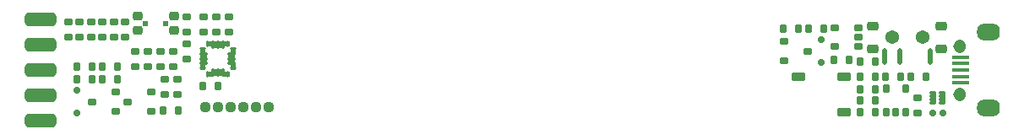
<source format=gts>
G04*
G04 #@! TF.GenerationSoftware,Altium Limited,Altium Designer,20.1.7 (139)*
G04*
G04 Layer_Color=8388736*
%FSLAX25Y25*%
%MOIN*%
G70*
G04*
G04 #@! TF.SameCoordinates,AE6903BA-CC81-4101-B740-E620CA86DFFE*
G04*
G04*
G04 #@! TF.FilePolarity,Negative*
G04*
G01*
G75*
%ADD35O,0.05000X0.05400*%
G04:AMPARAMS|DCode=36|XSize=90mil|YSize=68mil|CornerRadius=27.2mil|HoleSize=0mil|Usage=FLASHONLY|Rotation=0.000|XOffset=0mil|YOffset=0mil|HoleType=Round|Shape=RoundedRectangle|*
%AMROUNDEDRECTD36*
21,1,0.09000,0.01360,0,0,0.0*
21,1,0.03560,0.06800,0,0,0.0*
1,1,0.05440,0.01780,-0.00680*
1,1,0.05440,-0.01780,-0.00680*
1,1,0.05440,-0.01780,0.00680*
1,1,0.05440,0.01780,0.00680*
%
%ADD36ROUNDEDRECTD36*%
%ADD43R,0.03000X0.03937*%
%ADD44R,0.03000X0.03937*%
%ADD45R,0.03937X0.03000*%
G04:AMPARAMS|DCode=46|XSize=24mil|YSize=29mil|CornerRadius=7mil|HoleSize=0mil|Usage=FLASHONLY|Rotation=90.000|XOffset=0mil|YOffset=0mil|HoleType=Round|Shape=RoundedRectangle|*
%AMROUNDEDRECTD46*
21,1,0.02400,0.01500,0,0,90.0*
21,1,0.01000,0.02900,0,0,90.0*
1,1,0.01400,0.00750,0.00500*
1,1,0.01400,0.00750,-0.00500*
1,1,0.01400,-0.00750,-0.00500*
1,1,0.01400,-0.00750,0.00500*
%
%ADD46ROUNDEDRECTD46*%
G04:AMPARAMS|DCode=47|XSize=54mil|YSize=34mil|CornerRadius=9.5mil|HoleSize=0mil|Usage=FLASHONLY|Rotation=180.000|XOffset=0mil|YOffset=0mil|HoleType=Round|Shape=RoundedRectangle|*
%AMROUNDEDRECTD47*
21,1,0.05400,0.01500,0,0,180.0*
21,1,0.03500,0.03400,0,0,180.0*
1,1,0.01900,-0.01750,0.00750*
1,1,0.01900,0.01750,0.00750*
1,1,0.01900,0.01750,-0.00750*
1,1,0.01900,-0.01750,-0.00750*
%
%ADD47ROUNDEDRECTD47*%
G04:AMPARAMS|DCode=48|XSize=34mil|YSize=26mil|CornerRadius=7.5mil|HoleSize=0mil|Usage=FLASHONLY|Rotation=270.000|XOffset=0mil|YOffset=0mil|HoleType=Round|Shape=RoundedRectangle|*
%AMROUNDEDRECTD48*
21,1,0.03400,0.01100,0,0,270.0*
21,1,0.01900,0.02600,0,0,270.0*
1,1,0.01500,-0.00550,-0.00950*
1,1,0.01500,-0.00550,0.00950*
1,1,0.01500,0.00550,0.00950*
1,1,0.01500,0.00550,-0.00950*
%
%ADD48ROUNDEDRECTD48*%
G04:AMPARAMS|DCode=49|XSize=64mil|YSize=20mil|CornerRadius=6mil|HoleSize=0mil|Usage=FLASHONLY|Rotation=270.000|XOffset=0mil|YOffset=0mil|HoleType=Round|Shape=RoundedRectangle|*
%AMROUNDEDRECTD49*
21,1,0.06400,0.00800,0,0,270.0*
21,1,0.05200,0.02000,0,0,270.0*
1,1,0.01200,-0.00400,-0.02600*
1,1,0.01200,-0.00400,0.02600*
1,1,0.01200,0.00400,0.02600*
1,1,0.01200,0.00400,-0.02600*
%
%ADD49ROUNDEDRECTD49*%
G04:AMPARAMS|DCode=50|XSize=28mil|YSize=34mil|CornerRadius=8mil|HoleSize=0mil|Usage=FLASHONLY|Rotation=90.000|XOffset=0mil|YOffset=0mil|HoleType=Round|Shape=RoundedRectangle|*
%AMROUNDEDRECTD50*
21,1,0.02800,0.01800,0,0,90.0*
21,1,0.01200,0.03400,0,0,90.0*
1,1,0.01600,0.00900,0.00600*
1,1,0.01600,0.00900,-0.00600*
1,1,0.01600,-0.00900,-0.00600*
1,1,0.01600,-0.00900,0.00600*
%
%ADD50ROUNDEDRECTD50*%
G04:AMPARAMS|DCode=51|XSize=12mil|YSize=28mil|CornerRadius=4mil|HoleSize=0mil|Usage=FLASHONLY|Rotation=90.000|XOffset=0mil|YOffset=0mil|HoleType=Round|Shape=RoundedRectangle|*
%AMROUNDEDRECTD51*
21,1,0.01200,0.02000,0,0,90.0*
21,1,0.00400,0.02800,0,0,90.0*
1,1,0.00800,0.01000,0.00200*
1,1,0.00800,0.01000,-0.00200*
1,1,0.00800,-0.01000,-0.00200*
1,1,0.00800,-0.01000,0.00200*
%
%ADD51ROUNDEDRECTD51*%
G04:AMPARAMS|DCode=52|XSize=16mil|YSize=68mil|CornerRadius=5mil|HoleSize=0mil|Usage=FLASHONLY|Rotation=270.000|XOffset=0mil|YOffset=0mil|HoleType=Round|Shape=RoundedRectangle|*
%AMROUNDEDRECTD52*
21,1,0.01600,0.05800,0,0,270.0*
21,1,0.00600,0.06800,0,0,270.0*
1,1,0.01000,-0.02900,-0.00300*
1,1,0.01000,-0.02900,0.00300*
1,1,0.01000,0.02900,0.00300*
1,1,0.01000,0.02900,-0.00300*
%
%ADD52ROUNDEDRECTD52*%
G04:AMPARAMS|DCode=53|XSize=24mil|YSize=24mil|CornerRadius=7mil|HoleSize=0mil|Usage=FLASHONLY|Rotation=90.000|XOffset=0mil|YOffset=0mil|HoleType=Round|Shape=RoundedRectangle|*
%AMROUNDEDRECTD53*
21,1,0.02400,0.01000,0,0,90.0*
21,1,0.01000,0.02400,0,0,90.0*
1,1,0.01400,0.00500,0.00500*
1,1,0.01400,0.00500,-0.00500*
1,1,0.01400,-0.00500,-0.00500*
1,1,0.01400,-0.00500,0.00500*
%
%ADD53ROUNDEDRECTD53*%
G04:AMPARAMS|DCode=54|XSize=34mil|YSize=26mil|CornerRadius=7.5mil|HoleSize=0mil|Usage=FLASHONLY|Rotation=180.000|XOffset=0mil|YOffset=0mil|HoleType=Round|Shape=RoundedRectangle|*
%AMROUNDEDRECTD54*
21,1,0.03400,0.01100,0,0,180.0*
21,1,0.01900,0.02600,0,0,180.0*
1,1,0.01500,-0.00950,0.00550*
1,1,0.01500,0.00950,0.00550*
1,1,0.01500,0.00950,-0.00550*
1,1,0.01500,-0.00950,-0.00550*
%
%ADD54ROUNDEDRECTD54*%
G04:AMPARAMS|DCode=55|XSize=28mil|YSize=34mil|CornerRadius=8mil|HoleSize=0mil|Usage=FLASHONLY|Rotation=0.000|XOffset=0mil|YOffset=0mil|HoleType=Round|Shape=RoundedRectangle|*
%AMROUNDEDRECTD55*
21,1,0.02800,0.01800,0,0,0.0*
21,1,0.01200,0.03400,0,0,0.0*
1,1,0.01600,0.00600,-0.00900*
1,1,0.01600,-0.00600,-0.00900*
1,1,0.01600,-0.00600,0.00900*
1,1,0.01600,0.00600,0.00900*
%
%ADD55ROUNDEDRECTD55*%
G04:AMPARAMS|DCode=56|XSize=54mil|YSize=124mil|CornerRadius=14.5mil|HoleSize=0mil|Usage=FLASHONLY|Rotation=270.000|XOffset=0mil|YOffset=0mil|HoleType=Round|Shape=RoundedRectangle|*
%AMROUNDEDRECTD56*
21,1,0.05400,0.09500,0,0,270.0*
21,1,0.02500,0.12400,0,0,270.0*
1,1,0.02900,-0.04750,-0.01250*
1,1,0.02900,-0.04750,0.01250*
1,1,0.02900,0.04750,0.01250*
1,1,0.02900,0.04750,-0.01250*
%
%ADD56ROUNDEDRECTD56*%
G04:AMPARAMS|DCode=57|XSize=14mil|YSize=34mil|CornerRadius=4.5mil|HoleSize=0mil|Usage=FLASHONLY|Rotation=0.000|XOffset=0mil|YOffset=0mil|HoleType=Round|Shape=RoundedRectangle|*
%AMROUNDEDRECTD57*
21,1,0.01400,0.02500,0,0,0.0*
21,1,0.00500,0.03400,0,0,0.0*
1,1,0.00900,0.00250,-0.01250*
1,1,0.00900,-0.00250,-0.01250*
1,1,0.00900,-0.00250,0.01250*
1,1,0.00900,0.00250,0.01250*
%
%ADD57ROUNDEDRECTD57*%
G04:AMPARAMS|DCode=58|XSize=14mil|YSize=24mil|CornerRadius=4.5mil|HoleSize=0mil|Usage=FLASHONLY|Rotation=0.000|XOffset=0mil|YOffset=0mil|HoleType=Round|Shape=RoundedRectangle|*
%AMROUNDEDRECTD58*
21,1,0.01400,0.01500,0,0,0.0*
21,1,0.00500,0.02400,0,0,0.0*
1,1,0.00900,0.00250,-0.00750*
1,1,0.00900,-0.00250,-0.00750*
1,1,0.00900,-0.00250,0.00750*
1,1,0.00900,0.00250,0.00750*
%
%ADD58ROUNDEDRECTD58*%
G04:AMPARAMS|DCode=59|XSize=14mil|YSize=34mil|CornerRadius=4.5mil|HoleSize=0mil|Usage=FLASHONLY|Rotation=270.000|XOffset=0mil|YOffset=0mil|HoleType=Round|Shape=RoundedRectangle|*
%AMROUNDEDRECTD59*
21,1,0.01400,0.02500,0,0,270.0*
21,1,0.00500,0.03400,0,0,270.0*
1,1,0.00900,-0.01250,-0.00250*
1,1,0.00900,-0.01250,0.00250*
1,1,0.00900,0.01250,0.00250*
1,1,0.00900,0.01250,-0.00250*
%
%ADD59ROUNDEDRECTD59*%
G04:AMPARAMS|DCode=60|XSize=14mil|YSize=24mil|CornerRadius=4.5mil|HoleSize=0mil|Usage=FLASHONLY|Rotation=270.000|XOffset=0mil|YOffset=0mil|HoleType=Round|Shape=RoundedRectangle|*
%AMROUNDEDRECTD60*
21,1,0.01400,0.01500,0,0,270.0*
21,1,0.00500,0.02400,0,0,270.0*
1,1,0.00900,-0.00750,-0.00250*
1,1,0.00900,-0.00750,0.00250*
1,1,0.00900,0.00750,0.00250*
1,1,0.00900,0.00750,-0.00250*
%
%ADD60ROUNDEDRECTD60*%
G04:AMPARAMS|DCode=61|XSize=46mil|YSize=34mil|CornerRadius=9.5mil|HoleSize=0mil|Usage=FLASHONLY|Rotation=180.000|XOffset=0mil|YOffset=0mil|HoleType=Round|Shape=RoundedRectangle|*
%AMROUNDEDRECTD61*
21,1,0.04600,0.01500,0,0,180.0*
21,1,0.02700,0.03400,0,0,180.0*
1,1,0.01900,-0.01350,0.00750*
1,1,0.01900,0.01350,0.00750*
1,1,0.01900,0.01350,-0.00750*
1,1,0.01900,-0.01350,-0.00750*
%
%ADD61ROUNDEDRECTD61*%
G04:AMPARAMS|DCode=62|XSize=39mil|YSize=34mil|CornerRadius=9.5mil|HoleSize=0mil|Usage=FLASHONLY|Rotation=180.000|XOffset=0mil|YOffset=0mil|HoleType=Round|Shape=RoundedRectangle|*
%AMROUNDEDRECTD62*
21,1,0.03900,0.01500,0,0,180.0*
21,1,0.02000,0.03400,0,0,180.0*
1,1,0.01900,-0.01000,0.00750*
1,1,0.01900,0.01000,0.00750*
1,1,0.01900,0.01000,-0.00750*
1,1,0.01900,-0.01000,-0.00750*
%
%ADD62ROUNDEDRECTD62*%
%ADD63C,0.05400*%
%ADD64C,0.04400*%
%ADD65C,0.02400*%
G36*
X83937Y34106D02*
X81969Y34107D01*
X81968Y36106D01*
X83937D01*
Y34106D01*
D02*
G37*
G36*
X78031Y36106D02*
X78031Y34106D01*
X76063D01*
Y36106D01*
X78031Y36106D01*
D02*
G37*
G36*
X87000Y31075D02*
X85000Y31075D01*
Y33043D01*
X87000D01*
X87000Y31075D01*
D02*
G37*
G36*
X75000D02*
X73000Y31075D01*
Y33043D01*
X75000D01*
X75000Y31075D01*
D02*
G37*
G36*
X87000Y25169D02*
X85000D01*
X85000Y27138D01*
X87000Y27138D01*
Y25169D01*
D02*
G37*
G36*
X75000D02*
X73000D01*
X73000Y27138D01*
X75000Y27138D01*
Y25169D01*
D02*
G37*
G36*
X83937Y22106D02*
X81969Y22107D01*
X81968Y24106D01*
X83937D01*
Y22106D01*
D02*
G37*
G36*
X78031Y24106D02*
X78031Y22106D01*
X76063D01*
Y24106D01*
X78031Y24106D01*
D02*
G37*
G36*
X367000Y11539D02*
X364600Y11539D01*
Y15673D01*
X367000D01*
Y11539D01*
D02*
G37*
G36*
X363400Y11539D02*
X361000D01*
Y15673D01*
X363400D01*
Y11539D01*
D02*
G37*
D35*
X372700Y34106D02*
D03*
Y15106D02*
D03*
D36*
X384000Y9706D02*
D03*
Y39506D02*
D03*
D43*
X74500Y29106D02*
D03*
D44*
X85500Y29106D02*
D03*
D45*
X80000Y23606D02*
D03*
X80000Y34606D02*
D03*
D46*
X318200Y36606D02*
D03*
Y27606D02*
D03*
X24500Y7606D02*
D03*
Y16606D02*
D03*
D47*
X327000Y22106D02*
D03*
X309000D02*
D03*
X327000Y8106D02*
D03*
D48*
X333500Y28106D02*
D03*
Y22106D02*
D03*
X329000Y28606D02*
D03*
X339500Y28106D02*
D03*
X313000Y41106D02*
D03*
X359500Y22106D02*
D03*
X349500D02*
D03*
X333500Y17106D02*
D03*
X24500Y26106D02*
D03*
X74000Y18206D02*
D03*
X80000D02*
D03*
X339500Y17106D02*
D03*
X333500Y12606D02*
D03*
X339500D02*
D03*
X333500Y8106D02*
D03*
X339500D02*
D03*
Y22106D02*
D03*
X343500D02*
D03*
X353500D02*
D03*
X319000Y41106D02*
D03*
X323000Y28606D02*
D03*
X30500Y26106D02*
D03*
Y21106D02*
D03*
X24500D02*
D03*
X40500Y26106D02*
D03*
X34500D02*
D03*
X40500Y21106D02*
D03*
X34500D02*
D03*
X58500Y8606D02*
D03*
X64500D02*
D03*
X303000Y41106D02*
D03*
X309000D02*
D03*
D49*
X349000Y30106D02*
D03*
X343000D02*
D03*
X361000D02*
D03*
D50*
X332700Y33806D02*
D03*
Y41406D02*
D03*
X312700Y32106D02*
D03*
X332700Y37606D02*
D03*
X303300Y28306D02*
D03*
X323300Y33806D02*
D03*
Y41406D02*
D03*
X303300Y35906D02*
D03*
X44300Y12106D02*
D03*
X53700Y15906D02*
D03*
Y8306D02*
D03*
X30300Y12106D02*
D03*
X39700Y15906D02*
D03*
Y8306D02*
D03*
D51*
X365800Y15673D02*
D03*
X362200Y11539D02*
D03*
Y15673D02*
D03*
Y14295D02*
D03*
Y12917D02*
D03*
X365800Y14295D02*
D03*
X365800Y12917D02*
D03*
Y11539D02*
D03*
D52*
X373000Y29724D02*
D03*
Y19488D02*
D03*
Y22047D02*
D03*
Y24606D02*
D03*
Y27165D02*
D03*
D53*
X362000Y7606D02*
D03*
X366000Y7606D02*
D03*
D54*
X356000D02*
D03*
X79500Y45606D02*
D03*
X84500D02*
D03*
X74500D02*
D03*
X67700Y29106D02*
D03*
X34500Y37606D02*
D03*
X30000D02*
D03*
X47500Y32106D02*
D03*
X62500Y26106D02*
D03*
X57500D02*
D03*
X52500D02*
D03*
X67700Y35106D02*
D03*
X52500Y32106D02*
D03*
X57500Y32106D02*
D03*
X62500Y32106D02*
D03*
X30000Y43606D02*
D03*
X21000Y37606D02*
D03*
Y43606D02*
D03*
X25500Y37606D02*
D03*
Y43606D02*
D03*
X34500D02*
D03*
X39000D02*
D03*
Y37606D02*
D03*
X43500Y43606D02*
D03*
Y37606D02*
D03*
X74500Y39606D02*
D03*
X84500D02*
D03*
X79500D02*
D03*
X356000Y13606D02*
D03*
X67700Y39606D02*
D03*
Y45606D02*
D03*
X47500Y26106D02*
D03*
X59000Y15106D02*
D03*
Y21106D02*
D03*
X64000Y15106D02*
D03*
Y21106D02*
D03*
D55*
X347500Y7906D02*
D03*
X343700Y17306D02*
D03*
X351300D02*
D03*
Y7906D02*
D03*
X343700D02*
D03*
D56*
X10000Y34606D02*
D03*
Y4606D02*
D03*
Y14606D02*
D03*
Y24606D02*
D03*
Y44606D02*
D03*
D57*
X78031Y23606D02*
D03*
X81968Y34606D02*
D03*
X80000D02*
D03*
X78031D02*
D03*
X80000Y23606D02*
D03*
X81968D02*
D03*
D58*
X83937Y35106D02*
D03*
Y23106D02*
D03*
X76063D02*
D03*
Y35106D02*
D03*
D59*
X74500Y31075D02*
D03*
Y29106D02*
D03*
Y27138D02*
D03*
X85500D02*
D03*
Y29106D02*
D03*
Y31075D02*
D03*
D60*
X74000Y25169D02*
D03*
X86000D02*
D03*
Y33043D02*
D03*
X74000D02*
D03*
D61*
X338500Y32906D02*
D03*
X365500Y41806D02*
D03*
X338500D02*
D03*
X365500Y32906D02*
D03*
D62*
X48250Y40306D02*
D03*
X62750Y45906D02*
D03*
Y40306D02*
D03*
X48250Y45906D02*
D03*
D63*
X357906Y37606D02*
D03*
X346094D02*
D03*
D64*
X85000Y10106D02*
D03*
X90000Y10106D02*
D03*
X95000Y10106D02*
D03*
X100000Y10106D02*
D03*
X80000Y10106D02*
D03*
X75000Y10106D02*
D03*
D65*
X59500Y43106D02*
D03*
X51500D02*
D03*
M02*

</source>
